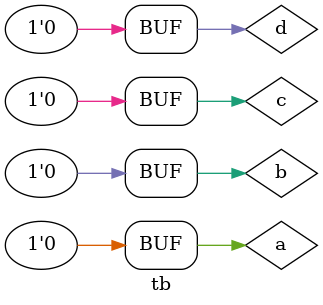
<source format=v>

`timescale 1ns / 1ps

module tb();

	reg a = 0;	// Blocking
	reg b = 0;
	
	reg c = 0;	// Non-blocking
	reg d = 0;
 
	initial begin
	
		#10;
		a = 1'b1;
		#10;
		b = 1'b1;
		#10;
		a = 1'b0;
		#10;
		b = 1'b0;
		
	end

	initial begin
	
		c <= #10 1'b1;
		d <= #10 1'b1;
		#10;
		c <= #10 1'b0;
		d <= #10 1'b0;
		#10;
		c <= #10 1'b1;
		d <= #10 1'b1;
		#10;
		c <= #10 1'b0;
		d <= #10 1'b0;
	
	end
	
endmodule
</source>
